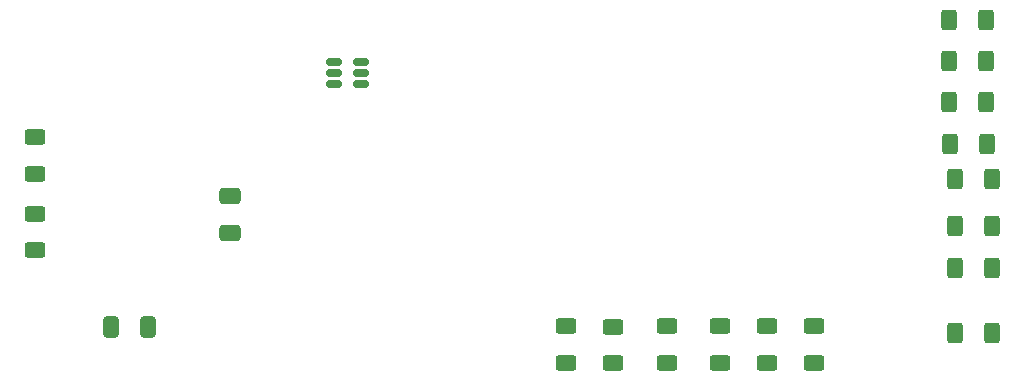
<source format=gbr>
%TF.GenerationSoftware,KiCad,Pcbnew,9.0.3*%
%TF.CreationDate,2025-12-16T11:32:59+01:00*%
%TF.ProjectId,PTP_project1,5054505f-7072-46f6-9a65-6374312e6b69,rev?*%
%TF.SameCoordinates,Original*%
%TF.FileFunction,Paste,Top*%
%TF.FilePolarity,Positive*%
%FSLAX46Y46*%
G04 Gerber Fmt 4.6, Leading zero omitted, Abs format (unit mm)*
G04 Created by KiCad (PCBNEW 9.0.3) date 2025-12-16 11:32:59*
%MOMM*%
%LPD*%
G01*
G04 APERTURE LIST*
G04 Aperture macros list*
%AMRoundRect*
0 Rectangle with rounded corners*
0 $1 Rounding radius*
0 $2 $3 $4 $5 $6 $7 $8 $9 X,Y pos of 4 corners*
0 Add a 4 corners polygon primitive as box body*
4,1,4,$2,$3,$4,$5,$6,$7,$8,$9,$2,$3,0*
0 Add four circle primitives for the rounded corners*
1,1,$1+$1,$2,$3*
1,1,$1+$1,$4,$5*
1,1,$1+$1,$6,$7*
1,1,$1+$1,$8,$9*
0 Add four rect primitives between the rounded corners*
20,1,$1+$1,$2,$3,$4,$5,0*
20,1,$1+$1,$4,$5,$6,$7,0*
20,1,$1+$1,$6,$7,$8,$9,0*
20,1,$1+$1,$8,$9,$2,$3,0*%
G04 Aperture macros list end*
%ADD10RoundRect,0.250000X0.625000X-0.400000X0.625000X0.400000X-0.625000X0.400000X-0.625000X-0.400000X0*%
%ADD11RoundRect,0.250000X-0.400000X-0.625000X0.400000X-0.625000X0.400000X0.625000X-0.400000X0.625000X0*%
%ADD12RoundRect,0.150000X-0.512500X-0.150000X0.512500X-0.150000X0.512500X0.150000X-0.512500X0.150000X0*%
%ADD13RoundRect,0.250000X-0.412500X-0.650000X0.412500X-0.650000X0.412500X0.650000X-0.412500X0.650000X0*%
%ADD14RoundRect,0.250000X0.650000X-0.412500X0.650000X0.412500X-0.650000X0.412500X-0.650000X-0.412500X0*%
G04 APERTURE END LIST*
D10*
%TO.C,R9*%
X159500000Y-92550000D03*
X159500000Y-89450000D03*
%TD*%
D11*
%TO.C,R14*%
X183950000Y-90000000D03*
X187050000Y-90000000D03*
%TD*%
%TO.C,R6*%
X183950000Y-81000000D03*
X187050000Y-81000000D03*
%TD*%
D12*
%TO.C,U6*%
X131362500Y-67050000D03*
X131362500Y-68000000D03*
X131362500Y-68950000D03*
X133637500Y-68950000D03*
X133637500Y-68000000D03*
X133637500Y-67050000D03*
%TD*%
D11*
%TO.C,R18*%
X183450000Y-70500000D03*
X186550000Y-70500000D03*
%TD*%
D10*
%TO.C,R10*%
X164000000Y-92550000D03*
X164000000Y-89450000D03*
%TD*%
D13*
%TO.C,C4*%
X112437500Y-89500000D03*
X115562500Y-89500000D03*
%TD*%
D10*
%TO.C,R13*%
X151000000Y-92550000D03*
X151000000Y-89450000D03*
%TD*%
%TO.C,R12*%
X172000000Y-92550000D03*
X172000000Y-89450000D03*
%TD*%
D11*
%TO.C,R5*%
X183950000Y-77000000D03*
X187050000Y-77000000D03*
%TD*%
%TO.C,R17*%
X183450000Y-67000000D03*
X186550000Y-67000000D03*
%TD*%
D10*
%TO.C,R20*%
X106000000Y-76550000D03*
X106000000Y-73450000D03*
%TD*%
%TO.C,R11*%
X168000000Y-92550000D03*
X168000000Y-89450000D03*
%TD*%
D11*
%TO.C,R16*%
X183500000Y-74000000D03*
X186600000Y-74000000D03*
%TD*%
D14*
%TO.C,C5*%
X122500000Y-81562500D03*
X122500000Y-78437500D03*
%TD*%
D11*
%TO.C,R8*%
X183950000Y-84500000D03*
X187050000Y-84500000D03*
%TD*%
D10*
%TO.C,R19*%
X106000000Y-83050000D03*
X106000000Y-79950000D03*
%TD*%
D11*
%TO.C,R15*%
X183450000Y-63500000D03*
X186550000Y-63500000D03*
%TD*%
D10*
%TO.C,R7*%
X155000000Y-92600000D03*
X155000000Y-89500000D03*
%TD*%
M02*

</source>
